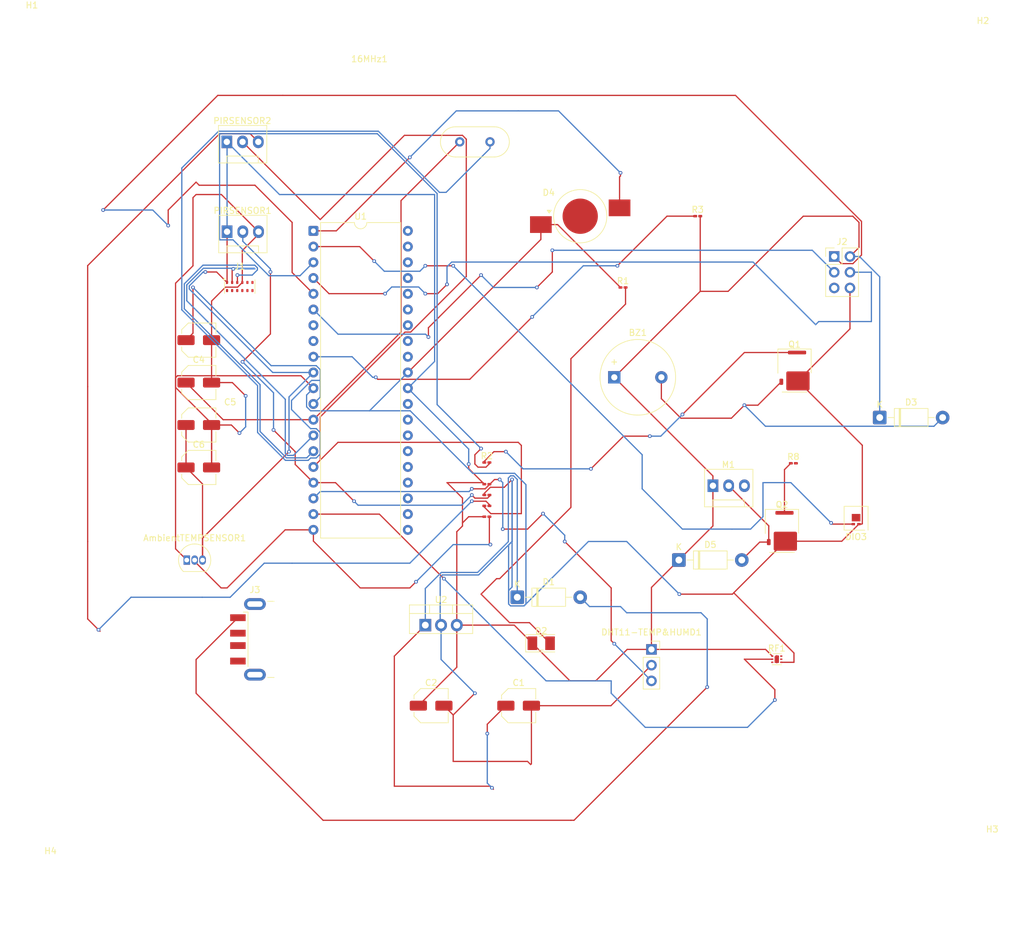
<source format=kicad_pcb>
(kicad_pcb (version 20241229) (generator "pcbnew") (generator_version "9.0")
  (layers (0 "F.Cu" signal) (2 "B.Cu" signal) (13 "F.Paste" user) (15 "B.Paste" user) (5 "F.SilkS" user "F.Silkscreen") (7 "B.SilkS" user "B.Silkscreen") (1 "F.Mask" user) (3 "B.Mask" user) (25 "Edge.Cuts" user))
  (net 0 "")
  (net 1 "Net-(U1-XTAL2)")
  (net 2 "Net-(U1-XTAL1)")
  (net 3 "Net-(AmbientTEMPSENSOR1-DQ)")
  (net 4 "+5V")
  (net 5 "GND")
  (net 6 "Net-(BZ1--)")
  (net 7 "Net-(D1-K)")
  (net 8 "Net-(D1-A)")
  (net 9 "Net-(D2-K)")
  (net 10 "Net-(D4-A)")
  (net 11 "Net-(D5-A)")
  (net 12 "Net-(DHT11-TEMP&HUMD1-Pin_3)")
  (net 13 "Net-(DIO3-A)")
  (net 14 "Net-(J1-Pin_3)")
  (net 15 "Net-(J1-Pin_2)")
  (net 16 "Net-(J2-SCK)")
  (net 17 "Net-(J2-MISO)")
  (net 18 "Net-(J2-MOSI)")
  (net 19 "RESET")
  (net 24 "Net-(PIRSENSOR1-Pin_2)")
  (net 25 "Net-(PIRSENSOR2-Pin_2)")
  (net 26 "Net-(PIRSENSOR2-Pin_3)")
  (net 27 "Net-(Q1-B)")
  (net 28 "Net-(Q2-B)")
  (net 29 "Net-(U1-PB2)")
  (net 30 "Net-(U1-~{RESET})")
  (net 31 "PD7")
  (net 33 "Net-(U1-PD5)")
  (footprint "LED_SMD:LED_1W_3W_R8" (layer "F.Cu") (at 125 55)
    (property "Reference" "D4")
    (property "Value" "STATUS LED")
  )
  (footprint "Capacitor_SMD:C_Elec_5x5.4" (layer "F.Cu") (at 115.0625 134)
    (property "Reference" "C1")
    (property "Value" "10uF")
  )
  (footprint "MountingHole:MountingHole_2.1mm" (layer "F.Cu") (at 39.5 160.5)
    (property "Reference" "H4")
    (property "Value" "MountingHole")
  )
  (footprint "Resistor_SMD:R_0201_0603Metric_Pad0.64x0.40mm_HandSolder" (layer "F.Cu") (at 131.9075 66.5)
    (property "Reference" "R1")
    (property "Value" "330ohm")
  )
  (footprint "Diode_THT:D_DO-41_SOD81_P10.16mm_Horizontal" (layer "F.Cu") (at 140.92 110.4925)
    (property "Reference" "D5")
    (property "Value" "1N4001")
  )
  (footprint "Capacitor_SMD:C_Elec_5x5.4" (layer "F.Cu") (at 63.4375 88.7)
    (property "Reference" "C5")
    (property "Value" "0.1uF")
  )
  (footprint "Resistor_SMD:R_0201_0603Metric_Pad0.64x0.40mm_HandSolder" (layer "F.Cu") (at 109.9325 101.75)
    (property "Reference" "R6" (hide yes))
    (property "Value" "10Kohm" (hide yes))
  )
  (footprint "Capacitor_SMD:C_Elec_5x5.4" (layer "F.Cu") (at 63.4375 75)
    (property "Reference" "C3" (hide yes))
    (property "Value" "22pF")
  )
  (footprint "Capacitor_SMD:C_Elec_5x5.4" (layer "F.Cu") (at 100.9375 134)
    (property "Reference" "C2")
    (property "Value" "10uF")
  )
  (footprint "Connector_PinHeader_2.54mm:PinHeader_2x03_P2.54mm_Vertical" (layer "F.Cu") (at 166 61.5)
    (property "Reference" "J2")
    (property "Value" "AVR-ISP-6")
  )
  (footprint "Resistor_SMD:R_0201_0603Metric_Pad0.64x0.40mm_HandSolder" (layer "F.Cu") (at 109.9325 103.5)
    (property "Reference" "R7" (hide yes))
    (property "Value" "4.7Kohm")
  )
  (footprint "Resistor_SMD:R_0201_0603Metric_Pad0.64x0.40mm_HandSolder" (layer "F.Cu") (at 109.9325 100)
    (property "Reference" "R5" (hide yes))
    (property "Value" "10Kohm")
  )
  (footprint "LED_SMD:LED_PLCC-2_3x2mm_AK" (layer "F.Cu") (at 118.705 123.9275)
    (property "Reference" "D2")
    (property "Value" "LED-POWER")
  )
  (footprint "RF:Skyworks_SKY65404-31" (layer "F.Cu") (at 156.725 126.5)
    (property "Reference" "RF1")
    (property "Value" "RF_Receiver_433_MHz")
  )
  (footprint "Capacitor_SMD:C_Elec_5x5.4" (layer "F.Cu") (at 63.4375 81.85)
    (property "Reference" "C4")
    (property "Value" "22pF")
  )
  (footprint "Connector_PinSocket_2.54mm:PinSocket_1x03_P2.54mm_Vertical" (layer "F.Cu") (at 136.5 124.92)
    (property "Reference" "DHT11-TEMP&HUMD1")
    (property "Value" "Conn_01x03_Pin")
  )
  (footprint "Connector_USB:USB_A_CNCTech_1001-011-01101_Horizontal" (layer "F.Cu") (at 79.4 123.3)
    (property "Reference" "J3")
    (property "Value" "USB_A")
  )
  (footprint "Connector:FanPinHeader_1x03_P2.54mm_Vertical" (layer "F.Cu") (at 146.42 98.5)
    (property "Reference" "M1")
    (property "Value" "HVAC (FAN)")
  )
  (footprint "Package_DIP:DIP-40_W15.24mm" (layer "F.Cu") (at 81.9375 57.3625)
    (property "Reference" "U1")
    (property "Value" "ATmega32A-P")
  )
  (footprint "Buzzer_Beeper:Buzzer_12x9.5RM7.6" (layer "F.Cu") (at 130.5 81)
    (property "Reference" "BZ1")
    (property "Value" "Buzzer")
  )
  (footprint "MountingHole:MountingHole_2.1mm" (layer "F.Cu") (at 191.5 157)
    (property "Reference" "H3")
    (property "Value" "MountingHole")
  )
  (footprint "Resistor_SMD:R_0201_0603Metric_Pad0.64x0.40mm_HandSolder" (layer "F.Cu") (at 109.9325 98.25)
    (property "Reference" "R4" (hide yes))
    (property "Value" "10Kohm" (hide yes))
  )
  (footprint "MountingHole:MountingHole_2.1mm" (layer "F.Cu") (at 36.5 24)
    (property "Reference" "H1")
    (property "Value" "MountingHole")
  )
  (footprint "Package_TO_SOT_THT:TO-220-3_Vertical" (layer "F.Cu") (at 100 121)
    (property "Reference" "U2")
    (property "Value" "LM7805_TO220")
  )
  (footprint "MountingHole:MountingHole_2.1mm" (layer "F.Cu") (at 190 26.5)
    (property "Reference" "H2")
    (property "Value" "MountingHole")
  )
  (footprint "Connector:FanPinHeader_1x03_P2.54mm_Vertical" (layer "F.Cu") (at 68 57.5)
    (property "Reference" "PIRSENSOR1")
    (property "Value" "Conn_01x03_Pin")
  )
  (footprint "Capacitor_SMD:C_Elec_5x5.4" (layer "F.Cu") (at 63.4375 95.55)
    (property "Reference" "C6")
    (property "Value" "0.1uF")
  )
  (footprint "Transistor_Power:GaN_Systems_GaNPX-3_5x6.6mm_Drain2.93x0.6mm" (layer "F.Cu") (at 159.59 79.91)
    (property "Reference" "Q1")
    (property "Value" "Q_NPN_BCE")
  )
  (footprint "Resistor_SMD:R_0201_0603Metric_Pad0.64x0.40mm_HandSolder" (layer "F.Cu") (at 109.9325 94.75)
    (property "Reference" "R2")
    (property "Value" "1k")
  )
  (footprint "Resistor_SMD:R_0201_0603Metric_Pad0.64x0.40mm_HandSolder" (layer "F.Cu") (at 159.4025 94.875)
    (property "Reference" "R8")
    (property "Value" "1k")
  )
  (footprint "Package_TO_SOT_THT:TO-92_Inline" (layer "F.Cu") (at 61.5 110.5)
    (property "Reference" "AmbientTEMPSENSOR1")
    (property "Value" "MAX31820")
  )
  (footprint "Resistor_SMD:R_0201_0603Metric_Pad0.64x0.40mm_HandSolder" (layer "F.Cu") (at 143.965 54.9875)
    (property "Reference" "R3")
    (property "Value" "10Kohm")
  )
  (footprint "LED_SMD:LED-L1T2_LUMILEDS" (layer "F.Cu") (at 169.53 104.1725)
    (property "Reference" "DIO3")
    (property "Value" "STATUS LED")
  )
  (footprint "Diode_THT:D_DO-41_SOD81_P10.16mm_Horizontal" (layer "F.Cu") (at 114.84 116.5)
    (property "Reference" "D1")
    (property "Value" "1N4001")
  )
  (footprint "Sensor_Distance:AMS_OLGA12" (layer "F.Cu") (at 70.05 66.365)
    (property "Reference" "J1")
    (property "Value" "Ultrasonic Sensor" (hide yes))
  )
  (footprint "Crystal:Crystal_HC49-U_Vertical" (layer "F.Cu") (at 105.56 43)
    (property "Reference" "16MHz1")
    (property "Value" "Crystal")
  )
  (footprint "Connector:FanPinHeader_1x03_P2.54mm_Vertical" (layer "F.Cu") (at 67.96 43)
    (property "Reference" "PIRSENSOR2")
    (property "Value" "Conn_01x03_Pin")
  )
  (footprint "Transistor_Power:GaN_Systems_GaNPX-3_5x6.6mm_Drain2.93x0.6mm" (layer "F.Cu") (at 157.56 105.785)
    (property "Reference" "Q2")
    (property "Value" "Q_NPN_BCE")
  )
  (footprint "Diode_THT:D_DO-41_SOD81_P10.16mm_Horizontal" (layer "F.Cu") (at 173.34 87.5)
    (property "Reference" "D3")
    (property "Value" "1N4001")
  )
  (segment (start 62.5 73.875) (end 62.5 66.5) (width 0.2) (layer "F.Cu") (net 1))
  (segment (start 61.375 75) (end 62.5 73.875) (width 0.2) (layer "F.Cu") (net 1))
  (via (at 62.5 66.5) (size 0.6) (drill 0.3) (layers "F.Cu" "B.Cu") (net 1))
  (segment (start 60.696 70.113043) (end 72.924028 82.341071) (width 0.2) (layer "B.Cu") (net 1))
  (segment (start 110.44 44.06066) (end 103.34776 51.1529) (width 0.2) (layer "B.Cu") (net 1))
  (segment (start 72.924028 82.341071) (end 72.924028 89.908171) (width 0.2) (layer "B.Cu") (net 1))
  (segment (start 82.39355 89.2815) (end 81.48145 89.2815) (width 0.2) (layer "B.Cu") (net 1))
  (segment (start 92.4172 41.283) (end 66.6279 41.283) (width 0.2) (layer "B.Cu") (net 1))
  (segment (start 81.48145 89.2815) (end 78.401 86.20105) (width 0.2) (layer "B.Cu") (net 1))
  (segment (start 60.696 47.2149) (end 60.696 70.113043) (width 0.2) (layer "B.Cu") (net 1))
  (segment (start 83.0385 79.76645) (end 83.0385 81.5) (width 0.2) (layer "B.Cu") (net 1))
  (segment (start 62.5 66.5) (end 75.1215 79.1215) (width 0.2) (layer "B.Cu") (net 1))
  (segment (start 103.34776 51.1529) (end 102.2871 51.1529) (width 0.2) (layer "B.Cu") (net 1))
  (segment (start 81.64295 81.5) (end 83.0385 81.5) (width 0.2) (layer "B.Cu") (net 1))
  (segment (start 82.39355 94.0235) (end 83.0385 93.37855) (width 0.2) (layer "B.Cu") (net 1))
  (segment (start 78.401 84.74195) (end 81.64295 81.5) (width 0.2) (layer "B.Cu") (net 1))
  (segment (start 78.401 86.20105) (end 78.401 84.74195) (width 0.2) (layer "B.Cu") (net 1))
  (segment (start 102.2871 51.1529) (end 92.4172 41.283) (width 0.2) (layer "B.Cu") (net 1))
  (segment (start 110.44 43) (end 110.44 44.06066) (width 0.2) (layer "B.Cu") (net 1))
  (segment (start 83.0385 93.37855) (end 83.0385 89.92645) (width 0.2) (layer "B.Cu") (net 1))
  (segment (start 81.48145 94.0235) (end 82.39355 94.0235) (width 0.2) (layer "B.Cu") (net 1))
  (segment (start 81.10195 94.403) (end 81.48145 94.0235) (width 0.2) (layer "B.Cu") (net 1))
  (segment (start 83.0385 89.92645) (end 82.39355 89.2815) (width 0.2) (layer "B.Cu") (net 1))
  (segment (start 77.418857 94.403) (end 81.10195 94.403) (width 0.2) (layer "B.Cu") (net 1))
  (segment (start 82.39355 79.1215) (end 83.0385 79.76645) (width 0.2) (layer "B.Cu") (net 1))
  (segment (start 75.1215 79.1215) (end 82.39355 79.1215) (width 0.2) (layer "B.Cu") (net 1))
  (segment (start 72.924028 89.908171) (end 77.418857 94.403) (width 0.2) (layer "B.Cu") (net 1))
  (segment (start 83.0385 81.5) (end 83.0385 84.2015) (width 0.2) (layer "B.Cu") (net 1))
  (segment (start 66.6279 41.283) (end 60.696 47.2149) (width 0.2) (layer "B.Cu") (net 1))
  (segment (start 83.0385 84.2015) (end 81.9375 85.3025) (width 0.2) (layer "B.Cu") (net 1))
  (segment (start 96.0765 52.4835) (end 96.0765 73.7035) (width 0.2) (layer "F.Cu") (net 2))
  (segment (start 96.0765 73.7035) (end 81.9375 87.8425) (width 0.2) (layer "F.Cu") (net 2))
  (segment (start 67.3675 87.8425) (end 61.375 81.85) (width 0.2) (layer "F.Cu") (net 2))
  (segment (start 81.9375 87.8425) (end 67.3675 87.8425) (width 0.2) (layer "F.Cu") (net 2))
  (segment (start 105.56 43) (end 96.0765 52.4835) (width 0.2) (layer "F.Cu") (net 2))
  (segment (start 67.045 115) (end 68 115) (width 0.2) (layer "F.Cu") (net 3))
  (segment (start 81.9375 105.6225) (end 81.9375 107.4375) (width 0.2) (layer "F.Cu") (net 3))
  (segment (start 110.34 107.84) (end 110.34 103.5) (width 0.2) (layer "F.Cu") (net 3))
  (segment (start 110.5 108) (end 110.34 107.84) (width 0.2) (layer "F.Cu") (net 3))
  (segment (start 97.5 115) (end 98.5 114) (width 0.2) (layer "F.Cu") (net 3))
  (segment (start 81.9375 107.4375) (end 89.5 115) (width 0.2) (layer "F.Cu") (net 3))
  (segment (start 77.3775 105.6225) (end 81.9375 105.6225) (width 0.2) (layer "F.Cu") (net 3))
  (segment (start 62.77 110.5) (end 62.77 110.725) (width 0.2) (layer "F.Cu") (net 3))
  (segment (start 68 115) (end 77.3775 105.6225) (width 0.2) (layer "F.Cu") (net 3))
  (segment (start 62.77 110.725) (end 67.045 115) (width 0.2) (layer "F.Cu") (net 3))
  (segment (start 89.5 115) (end 97.5 115) (width 0.2) (layer "F.Cu") (net 3))
  (via (at 98.5 114) (size 0.6) (drill 0.3) (layers "F.Cu" "B.Cu") (net 3))
  (via (at 110.5 108) (size 0.6) (drill 0.3) (layers "F.Cu" "B.Cu") (net 3))
  (segment (start 104.5 108) (end 110.5 108) (width 0.2) (layer "B.Cu") (net 3))
  (segment (start 98.5 114) (end 104.5 108) (width 0.2) (layer "B.Cu") (net 3))
  (segment (start 148.8725 67.1275) (end 161 55) (width 0.2) (layer "F.Cu") (net 4))
  (segment (start 117.28 123.9275) (end 123.3525 130) (width 0.2) (layer "F.Cu") (net 4))
  (segment (start 146.42 98.5) (end 146.42 104.9925) (width 0.2) (layer "F.Cu") (net 4))
  (segment (start 169 55) (end 170 56) (width 0.2) (layer "F.Cu") (net 4))
  (segment (start 106 100.5) (end 106 104.5) (width 0.2) (layer "F.Cu") (net 4))
  (segment (start 161 55) (end 169 55) (width 0.2) (layer "F.Cu") (net 4))
  (segment (start 170 60.04) (end 168.54 61.5) (width 0.2) (layer "F.Cu") (net 4))
  (segment (start 68 65.69) (end 66.31 64) (width 0.2) (layer "F.Cu") (net 4))
  (segment (start 109.275 98) (end 103.5 98) (width 0.2) (layer "F.Cu") (net 4))
  (segment (start 61.375 88.7) (end 61.375 95.55) (width 0.2) (layer "F.Cu") (net 4))
  (segment (start 170 56) (end 170 60.04) (width 0.2) (layer "F.Cu") (net 4))
  (segment (start 136.5 114.9125) (end 140.92 110.4925) (width 0.2) (layer "F.Cu") (net 4))
  (segment (start 144.3725 67.1275) (end 144.3725 54.9875) (width 0.2) (layer "F.Cu") (net 4))
  (segment (start 107 95.725) (end 109.525 98.25) (width 0.2) (layer "F.Cu") (net 4))
  (segment (start 114.3525 121) (end 117.28 123.9275) (width 0.2) (layer "F.Cu") (net 4))
  (segment (start 136.5 124.92) (end 154.92 124.92) (width 0.2) (layer "F.Cu") (net 4))
  (segment (start 61.375 95.55) (end 64.04 98.215) (width 0.2) (layer "F.Cu") (net 4))
  (segment (start 106 104.5) (end 106 105) (width 0.2) (layer "F.Cu") (net 4))
  (segment (start 109.525 98.25) (end 109.275 98) (width 0.2) (layer "F.Cu") (net 4))
  (segment (start 68 65.69) (end 68 57.5) (width 0.2) (layer "F.Cu") (net 4))
  (segment (start 146.42 96.92) (end 130.5 81) (width 0.2) (layer "F.Cu") (net 4))
  (segment (start 146.42 98.5) (end 146.42 96.92) (width 0.2) (layer "F.Cu") (net 4))
  (segment (start 105.08 127.795) (end 98.875 134) (width 0.2) (layer "F.Cu") (net 4))
  (segment (start 127.5 130) (end 132.58 124.92) (width 0.2) (layer "F.Cu") (net 4))
  (segment (start 132.58 124.92) (end 136.5 124.92) (width 0.2) (layer "F.Cu") (net 4))
  (segment (start 66.31 64) (end 64.5 64) (width 0.2) (layer "F.Cu") (net 4))
  (segment (start 144.3725 67.1275) (end 148.8725 67.1275) (width 0.2) (layer "F.Cu") (net 4))
  (segment (start 105.08 121) (end 105.08 127.795) (width 0.2) (layer "F.Cu") (net 4))
  (segment (start 136.5 124.92) (end 136.5 114.9125) (width 0.2) (layer "F.Cu") (net 4))
  (segment (start 64.04 106.96) (end 78 93) (width 0.2) (layer "F.Cu") (net 4))
  (segment (start 107 103.5) (end 109.525 103.5) (width 0.2) (layer "F.Cu") (net 4))
  (segment (start 64.04 98.215) (end 64.04 110.5) (width 0.2) (layer "F.Cu") (net 4))
  (segment (start 103.5 98) (end 106 100.5) (width 0.2) (layer "F.Cu") (net 4))
  (segment (start 146.42 104.9925) (end 140.92 110.4925) (width 0.2) (layer "F.Cu") (net 4))
  (segment (start 154.92 124.92) (end 156 126) (width 0.2) (layer "F.Cu") (net 4))
  (segment (start 106 105) (end 105.08 105.92) (width 0.2) (layer "F.Cu") (net 4))
  (segment (start 64.04 110.5) (end 64.04 106.96) (width 0.2) (layer "F.Cu") (net 4))
  (segment (start 123.3525 130) (end 127.5 130) (width 0.2) (layer "F.Cu") (net 4))
  (segment (start 105.08 121) (end 114.3525 121) (width 0.2) (layer "F.Cu") (net 4))
  (segment (start 107 95) (end 107 95.725) (width 0.2) (layer "F.Cu") (net 4))
  (segment (start 105.08 105.92) (end 105.08 121) (width 0.2) (layer "F.Cu") (net 4))
  (segment (start 106 104.5) (end 107 103.5) (width 0.2) (layer "F.Cu") (net 4))
  (segment (start 130.5 81) (end 144.3725 67.1275) (width 0.2) (layer "F.Cu") (net 4))
  (via (at 107 95) (size 0.6) (drill 0.3) (layers "F.Cu" "B.Cu") (net 4))
  (via (at 64.5 64) (size 0.6) (drill 0.3) (layers "F.Cu" "B.Cu") (net 4))
  (via (at 78 93) (size 0.6) (drill 0.3) (layers "F.Cu" "B.Cu") (net 4))
  (segment (start 97.1775 82.7625) (end 107 92.585) (width 0.2) (layer "B.Cu") (net 4))
  (segment (start 61.899 66.748943) (end 75.372557 80.2225) (width 0.2) (layer "B.Cu") (net 4))
  (segment (start 78 84.16) (end 81.9375 80.2225) (width 0.2) (layer "B.Cu") (net 4))
  (segment (start 75.372557 80.2225) (end 81.9375 80.2225) (width 0.2) (layer "B.Cu") (net 4))
  (segment (start 64.5 64) (end 64.150057 64) (width 0.2) (layer "B.Cu") (net 4))
  (segment (start 107 92.585) (end 107 95) (width 0.2) (layer "B.Cu") (net 4))
  (segment (start 101.5 51.5) (end 101.5 78.44) (width 0.2) (layer "B.Cu") (net 4))
  (segment (start 76.46 51.5) (end 101.5 51.5) (width 0.2) (layer "B.Cu") (net 4))
  (segment (start 173.34 64.7729) (end 173.34 87.5) (width 0.2) (layer "B.Cu") (net 4))
  (segment (start 168.54 61.5) (end 170.0671 61.5) (width 0.2) (layer "B.Cu") (net 4))
  (segment (start 78 93) (end 78 84.16) (width 0.2) (layer "B.Cu") (net 4))
  (segment (start 170.0671 61.5) (end 173.34 64.7729) (width 0.2) (layer "B.Cu") (net 4))
  (segment (start 61.899 66.251057) (end 61.899 66.748943) (width 0.2) (layer "B.Cu") (net 4))
  (segment (start 68 43.04) (end 67.96 43) (width 0.2) (layer "B.Cu") (net 4))
  (segment (start 67.96 43) (end 76.46 51.5) (width 0.2) (layer "B.Cu") (net 4))
  (segment (start 64.150057 64) (end 61.899 66.251057) (width 0.2) (layer "B.Cu") (net 4))
  (segment (start 68 57.5) (end 68 43.04) (width 0.2) (layer "B.Cu") (net 4))
  (segment (start 101.5 78.44) (end 97.1775 82.7625) (width 0.2) (layer "B.Cu") (net 4))
  (segment (start 104.5 143) (end 104.5 135.5) (width 0.2) (layer "F.Cu") (net 5))
  (segment (start 118.65 58.75) (end 97.1775 80.2225) (width 0.2) (layer "F.Cu") (net 5))
  (segment (start 63 51.5) (end 67.08 51.5) (width 0.2) (layer "F.Cu") (net 5))
  (segment (start 129.96 134) (end 136.5 127.46) (width 0.2) (layer "F.Cu") (net 5))
  (segment (start 73.08 57.5) (end 73.08 57.92) (width 0.2) (layer "F.Cu") (net 5))
  (segment (start 67.08 51.5) (end 73.08 57.5) (width 0.2) (layer "F.Cu") (net 5))
  (segment (start 118.65 56.35) (end 121.35 56.35) (width 0.2) (layer "F.Cu") (net 5))
  (segment (start 109.525 100) (end 109.525 99.726) (width 0.2) (layer "F.Cu") (net 5))
  (segment (start 117 143.5) (end 116.5 143) (width 0.2) (layer "F.Cu") (net 5))
  (segment (start 59.6865 65.8135) (end 62.5 63) (width 0.2) (layer "F.Cu") (net 5))
  (segment (start 68.7 88.7) (end 65.5 88.7) (width 0.2) (layer "F.Cu") (net 5))
  (segment (start 108 132) (end 104.5 135.5) (width 0.2) (layer "F.Cu") (net 5))
  (segment (start 59.6865 81.06484) (end 60.00234 80.749) (width 0.2) (layer "F.Cu") (net 5))
  (segment (start 65.5 81.85) (end 68.85 81.85) (width 0.2) (layer "F.Cu") (net 5))
  (segment (start 61.5 110.5) (end 59.6865 108.6865) (width 0.2) (layer "F.Cu") (net 5))
  (segment (start 59.6865 108.6865) (end 59.6865 65.8135) (width 0.2) (layer "F.Cu") (net 5))
  (segment (start 65.5 95.55) (end 65.5 88.44866) (width 0.2) (layer "F.Cu") (net 5))
  (segment (start 117.125 134) (end 117.125 143.375) (width 0.2) (layer "F.Cu") (net 5))
  (segment (start 170.531 91.971) (end 160.14 81.58) (width 0.2) (layer "F.Cu") (net 5))
  (segment (start 73.08 57.92) (end 70.46 60.54) (width 0.2) (layer "F.Cu") (net 5))
  (segment (start 158.11 107.455) (end 149.7825 115.7825) (width 0.2) (layer "F.Cu") (net 5))
  (segment (start 112.749 98.751) (end 114 97.5) (width 0.2) (layer "F.Cu") (net 5))
  (segment (start 70.46 60.54) (end 70.46 65.69) (width 0.2) (layer "F.Cu") (net 5))
  (segment (start 159.5 127) (end 157.45 127) (width 0.2) (layer "F.Cu") (net 5))
  (segment (start 110.5 98.751) (end 112.749 98.751) (width 0.2) (layer "F.Cu") (net 5))
  (segment (start 70 90) (end 68.7 88.7) (width 0.2) (layer "F.Cu") (net 5))
  (segment (start 60.00234 80.749) (end 79.924 80.749) (width 0.2) (layer "F.Cu") (net 5))
  (segment (start 62.5 52) (end 63 51.5) (width 0.2) (layer "F.Cu") (net 5))
  (segment (start 68.85 81.85) (end 71 84) (width 0.2) (layer "F.Cu") (net 5))
  (segment (start 79.924 80.749) (end 81.9375 82.7625) (width 0.2) (layer "F.Cu") (net 5))
  (segment (start 168.54 73.18) (end 168.54 66.58) (width 0.2) (layer "F.Cu") (net 5))
  (segment (start 149.7825 115.7825) (end 149.565 116) (width 0.2) (layer "F.Cu") (net 5))
  (segment (start 65.5 68.698152) (end 65.5 75) (width 0.2) (layer "F.Cu") (net 5))
  (segment (start 65.5 88.44866) (end 59.6865 82.63516) (width 0.2) (layer "F.Cu") (net 5))
  (segment (start 109.525 99.726) (end 110.5 98.751) (width 0.2) (layer "F.Cu") (net 5))
  (segment (start 65.5 81.85) (end 65.5 75) (width 0.2) (layer "F.Cu") (net 5))
  (segment (start 149.565 116) (end 141 116) (width 0.2) (layer "F.Cu") (net 5))
  (segment (start 149.7825 115.7825) (end 159.5 125.5) (width 0.2) (layer "F.Cu") (net 5))
  (segment (start 59.6865 82.63516) (end 59.6865 81.06484) (width 0.2) (layer "F.Cu") (net 5))
  (segment (start 116.5 143) (end 104.5 143) (width 0.2) (layer "F.Cu") (net 5))
  (segment (start 121.35 56.35) (end 131.5 66.5) (width 0.2) (layer "F.Cu") (net 5))
  (segment (start 167.2175 107.455) (end 169.98 104.6925) (width 0.2) (layer "F.Cu") (net 5))
  (segment (start 65.5 88.7) (end 65.5 95.55) (width 0.2) (layer "F.Cu") (net 5))
  (segment (start 158.11 107.455) (end 167.2175 107.455) (width 0.2) (layer "F.Cu") (net 5))
  (segment (start 70.46 65.69) (end 69.701 66.449) (width 0.2) (layer "F.Cu") (net 5))
  (segment (start 170.455 104.6925) (end 170.531 104.6165) (width 0.2) (layer "F.Cu") (net 5))
  (segment (start 69.701 66.449) (end 67.749152 66.449) (width 0.2) (layer "F.Cu") (net 5))
  (segment (start 118.65 56.35) (end 118.65 58.75) (width 0.2) (layer "F.Cu") (net 5))
  (segment (start 117.125 134) (end 129.96 134) (width 0.2) (layer "F.Cu") (net 5))
  (segment (start 169.98 104.6925) (end 170.455 104.6925) (width 0.2) (layer "F.Cu") (net 5))
  (segment (start 160.14 81.58) (end 168.54 73.18) (width 0.2) (layer "F.Cu") (net 5))
  (segment (start 159.5 125.5) (end 159.5 127) (width 0.2) (layer "F.Cu") (net 5))
  (segment (start 67.749152 66.449) (end 65.5 68.698152) (width 0.2) (layer "F.Cu") (net 5))
  (segment (start 62.5 63) (end 62.5 52) (width 0.2) (layer "F.Cu") (net 5))
  (segment (start 117.125 143.375) (end 117 143.5) (width 0.2) (layer "F.Cu") (net 5))
  (segment (start 104.5 135.5) (end 103 134) (width 0.2) (layer "F.Cu") (net 5))
  (segment (start 170.531 104.6165) (end 170.531 91.971) (width 0.2) (layer "F.Cu") (net 5))
  (via (at 71 84) (size 0.6) (drill 0.3) (layers "F.Cu" "B.Cu") (net 5))
  (via (at 108 132) (size 0.6) (drill 0.3) (layers "F.Cu" "B.Cu") (net 5))
  (via (at 70 90) (size 0.6) (drill 0.3) (layers "F.Cu" "B.Cu") (net 5))
  (via (at 114 97.5) (size 0.6) (drill 0.3) (layers "F.Cu" "B.Cu") (net 5))
  (via (at 141 116) (size 0.6) (drill 0.3) (layers "F.Cu" "B.Cu") (net 5))
  (segment (start 132.5 107.5) (end 126.32616 107.5) (width 0.2) (layer "B.Cu") (net 5))
  (segment (start 97.553557 86.4035) (end 107.648057 96.498) (width 0.2) (layer "B.Cu") (net 5))
  (segment (start 90.9965 86.4035) (end 97.553557 86.4035) (width 0.2) (layer "B.Cu") (net 5))
  (segment (start 102.399 113.251057) (end 102.399 120.859) (width 0.2) (layer "B.Cu") (net 5))
  (segment (start 113.75484 117.901) (end 113.439 117.58516) (width 0.2) (layer "B.Cu") (net 5))
  (segment (start 97.1775 80.2225) (end 90.9965 86.4035) (width 0.2) (layer "B.Cu") (net 5))
  (segment (start 115.92516 117.901) (end 113.75484 117.901) (width 0.2) (layer "B.Cu") (net 5))
  (segment (start 71 89) (end 70 90) (width 0.2) (layer "B.Cu") (net 5))
  (segment (start 80.8365 85.75855) (end 80.8365 83.8635) (width 0.2) (layer "B.Cu") (net 5))
  (segment (start 107.648057 96.498) (end 114.415043 96.498) (width 0.2) (layer "B.Cu") (net 5))
  (segment (start 113.439 117.58516) (end 113.439 108.061) (width 0.2) (layer "B.Cu") (net 5))
  (segment (start 80.8365 83.8635) (end 81.9375 82.7625) (width 0.2) (layer "B.Cu") (net 5))
  (segment (start 102.54 126.54) (end 108 132) (width 0.2) (layer "B.Cu") (net 5))
  (segment (start 102.54 121) (end 102.54 126.54) (width 0.2) (layer "B.Cu") (net 5))
  (segment (start 114 97.5) (end 114 107.5) (width 0.2) (layer "B.Cu") (net 5))
  (segment (start 113.439 117.58516) (end 113.439 115.41484) (width 0.2) (layer "B.Cu") (net 5))
  (segment (start 114.415043 96.498) (end 116.241 98.323957) (width 0.2) (layer "B.Cu") (net 5))
  (segment (start 116.241 98.323957) (end 116.241 117.58516) (width 0.2) (layer "B.Cu") (net 5))
  (segment (start 126.32616 107.5) (end 115.92516 117.901) (width 0.2) (layer "B.Cu") (net 5))
  (segment (start 114 114.85384) (end 114 97.5) (width 0.2) (layer "B.Cu") (net 5))
  (segment (start 71 84) (end 71 89) (width 0.2) (layer "B.Cu") (net 5))
  (segment (start 108.601 112.899) (end 102.751057 112.899) (width 0.2) (layer "B.Cu") (net 5))
  (segment (start 113.439 108.061) (end 114 107.5) (width 0.2) (layer "B.Cu") (net 5))
  (segment (start 116.241 117.58516) (end 115.92516 117.901) (width 0.2) (layer "B.Cu") (net 5))
  (segment (start 81.48145 86.4035) (end 80.8365 85.75855) (width 0.2) (layer "B.Cu") (net 5))
  (segment (start 113.439 115.41484) (end 114 114.85384) (width 0.2) (layer "B.Cu") (net 5))
  (segment (start 141 116) (end 132.5 107.5) (width 0.2) (layer "B.Cu") (net 5))
  (segment (start 102.751057 112.899) (end 102.399 113.251057) (width 0.2) (layer "B.Cu") (net 5))
  (segment (start 90.9965 86.4035) (end 81.48145 86.4035) (width 0.2) (layer "B.Cu") (net 5))
  (segment (start 102.399 120.859) (end 102.54 121) (width 0.2) (layer "B.Cu") (net 5))
  (segment (start 114 107.5) (end 108.601 112.899) (width 0.2) (layer "B.Cu") (net 5))
  (segment (start 149.399 87.601) (end 141.251057 87.601) (width 0.2) (layer "F.Cu") (net 6))
  (segment (start 153.68 85.5) (end 157.46 81.72) (width 0.2) (layer "F.Cu") (net 6))
  (segment (start 138.1 84.449943) (end 138.1 81) (width 0.2) (layer "F.Cu") (net 6))
  (segment (start 151.5 85.5) (end 153.68 85.5) (width 0.2) (layer "F.Cu") (net 6))
  (segment (start 141.251057 87.601) (end 138.1 84.449943) (width 0.2) (layer "F.Cu") (net 6))
  (segment (start 151.5 85.5) (end 149.399 87.601) (width 0.2) (layer "F.Cu") (net 6))
  (via (at 151.5 85.5) (size 0.6) (drill 0.3) (layers "F.Cu" "B.Cu") (net 6))
  (segment (start 183.5 87.5) (end 182.099 88.901) (width 0.2) (layer "B.Cu") (net 6))
  (segment (start 182.099 88.901) (end 154.901 88.901) (width 0.2) (layer "B.Cu") (net 6))
  (segment (start 154.901 88.901) (end 151.5 85.5) (width 0.2) (layer "B.Cu") (net 6))
  (segment (start 110.5 147) (end 110.75 147.25) (width 0.2) (layer "F.Cu") (net 7))
  (segment (start 95 147) (end 110.5 147) (width 0.2) (layer "F.Cu") (net 7))
  (segment (start 100 121) (end 95 126) (width 0.2) (layer "F.Cu") (net 7))
  (segment (start 95 126) (end 95 147) (width 0.2) (layer "F.Cu") (net 7))
  (segment (start 110 137) (end 113 134) (width 0.2) (layer "F.Cu") (net 7))
  (segment (start 110 138.5) (end 110 137) (width 0.2) (layer "F.Cu") (net 7))
  (segment (start 110.75 147.25) (end 111 147.5) (width 0.2) (layer "F.Cu") (net 7))
  (via (at 110.75 147.25) (size 0.6) (drill 0.3) (layers "F.Cu" "B.Cu") (net 7))
  (via (at 110 138.5) (size 0.6) (drill 0.3) (layers "F.Cu" "B.Cu") (net 7))
  (segment (start 114.248943 96.899) (end 114.84 97.490057) (width 0.2) (layer "B.Cu") (net 7))
  (segment (start 100 115.082957) (end 102.584957 112.498) (width 0.2) (layer "B.Cu") (net 7))
  (segment (start 100 121) (end 100 115.082957) (width 0.2) (layer "B.Cu") (net 7))
  (segment (start 108.4349 112.498) (end 113.399 107.5339) (width 0.2) (layer "B.Cu") (net 7))
  (segment (start 114.84 97.490057) (end 114.84 116.5) (width 0.2) (layer "B.Cu") (net 7))
  (segment (start 113.751057 96.899) (end 114.248943 96.899) (width 0.2) (layer "B.Cu") (net 7))
  (segment (start 110 146.5) (end 110 138.5) (width 0.2) (layer "B.Cu") (net 7))
  (segment (start 113.399 97.251057) (end 113.751057 96.899) (width 0.2) (layer "B.Cu") (net 7))
  (segment (start 102.584957 112.498) (end 108.4349 112.498) (width 0.2) (layer "B.Cu") (net 7))
  (segment (start 110.75 147.25) (end 110 146.5) (width 0.2) (layer "B.Cu") (net 7))
  (segment (start 113.399 107.5339) (end 113.399 97.251057) (width 0.2) (layer "B.Cu") (net 7))
  (segment (start 69.75 119.8) (end 63 126.55) (width 0.2) (layer "F.Cu") (net 8))
  (segment (start 63 126.55) (end 63 132) (width 0.2) (layer "F.Cu") (net 8))
  (segment (start 124 152.5) (end 145.5 131) (width 0.2) (layer "F.Cu") (net 8))
  (segment (start 63 132) (end 83.5 152.5) (width 0.2) (layer "F.Cu") (net 8))
  (segment (start 123.5 152.5) (end 124 152.5) (width 0.2) (layer "F.Cu") (net 8))
  (segment (start 83.5 152.5) (end 123.5 152.5) (width 0.2) (layer "F.Cu") (net 8))
  (via (at 145.5 131) (size 0.6) (drill 0.3) (layers "F.Cu" "B.Cu") (net 8))
  (segment (start 144.5 119) (end 132.5 119) (width 0.2) (layer "B.Cu") (net 8))
  (segment (start 126.5 118) (end 125 116.5) (width 0.2) (layer "B.Cu") (net 8))
  (segment (start 132.5 119) (end 131.5 118) (width 0.2) (layer "B.Cu") (net 8))
  (segment (start 145.5 131) (end 145.5 120) (width 0.2) (layer "B.Cu") (net 8))
  (segment (start 131.5 118) (end 126.5 118) (width 0.2) (layer "B.Cu") (net 8))
  (segment (start 145.5 120) (end 144.5 119) (width 0.2) (layer "B.Cu") (net 8))
  (segment (start 116.8015 120.599) (end 113.599 120.599) (width 0.2) (layer "F.Cu") (net 9))
  (segment (start 113.599 120.599) (end 109 116) (width 0.2) (layer "F.Cu") (net 9))
  (segment (start 111.5 113.5) (end 112 113.5) (width 0.2) (layer "F.Cu") (net 9))
  (segment (start 112 113.5) (end 123.5 102) (width 0.2) (layer "F.Cu") (net 9))
  (segment (start 123.5 102) (end 123.5 78) (width 0.2) (layer "F.Cu") (net 9))
  (segment (start 109 116) (end 111.5 113.5) (width 0.2) (layer "F.Cu") (net 9))
  (segment (start 120.13 123.9275) (end 116.8015 120.599) (width 0.2) (layer "F.Cu") (net 9))
  (segment (start 123.5 78) (end 132.315 69.185) (width 0.2) (layer "F.Cu") (net 9))
  (segment (start 132.315 69.185) (end 132.315 66.5) (width 0.2) (layer "F.Cu") (net 9))
  (segment (start 131.5 48.5) (end 131.35 48.65) (width 0.2) (layer "F.Cu") (net 10))
  (segment (start 131.5 48) (end 131.5 48.5) (width 0.2) (layer "F.Cu") (net 10))
  (segment (start 131.35 48.65) (end 131.35 53.65) (width 0.2) (layer "F.Cu") (net 10))
  (segment (start 81.9375 57.3625) (end 85.6375 57.3625) (width 0.2) (layer "F.Cu") (net 10))
  (segment (start 85.6375 57.3625) (end 97.5 45.5) (width 0.2) (layer "F.Cu") (net 10))
  (via (at 97.5 45.5) (size 0.6) (drill 0.3) (layers "F.Cu" "B.Cu") (net 10))
  (via (at 131.5 48) (size 0.6) (drill 0.3) (layers "F.Cu" "B.Cu") (net 10))
  (segment (start 97.5 45.5) (end 105 38) (width 0.2) (layer "B.Cu") (net 10))
  (segment (start 115 38) (end 121.5 38) (width 0.2) (layer "B.Cu") (net 10))
  (segment (start 105 38) (end 115 38) (width 0.2) (layer "B.Cu") (net 10))
  (segment (start 121.5 38) (end 131.5 48) (width 0.2) (layer "B.Cu") (net 10))
  (segment (start 153.9775 107.595) (end 151.08 110.4925) (width 0.2) (layer "F.Cu") (net 11))
  (segment (start 155.43 104.97) (end 148.96 98.5) (width 0.2) (layer "F.Cu") (net 11))
  (segment (start 155.43 107.595) (end 155.43 104.97) (width 0.2) (layer "F.Cu") (net 11))
  (segment (start 155.43 107.595) (end 153.9775 107.595) (width 0.2) (layer "F.Cu") (net 11))
  (segment (start 110.34 98.25) (end 110.34 98.32237) (width 0.2) (layer "F.Cu") (net 12))
  (segment (start 130 117) (end 130 123.5) (width 0.2) (layer "F.Cu") (net 12))
  (segment (start 109.66237 99) (end 111.16237 97.5) (width 0.2) (layer "F.Cu") (net 12))
  (segment (start 111.16237 97.5) (end 112 97.5) (width 0.2) (layer "F.Cu") (net 12))
  (segment (start 116.5 105.5) (end 119 103) (width 0.2) (layer "F.Cu") (net 12))
  (segment (start 110.34 98.32237) (end 109.66237 99) (width 0.2) (layer "F.Cu") (net 12))
  (segment (start 130 123.5) (end 130.5 124) (width 0.2) (layer "F.Cu") (net 12))
  (segment (start 112.5 105.5) (end 116.5 105.5) (width 0.2) (layer "F.Cu") (net 12))
  (segment (start 130 115) (end 130 117) (width 0.2) (layer "F.Cu") (net 12))
  (segment (start 109.66237 99) (end 107.5 99) (width 0.2) (layer "F.Cu") (net 12))
  (segment (start 122.5 107.5) (end 130 115) (width 0.2) (layer "F.Cu") (net 12))
  (via (at 107.5 99) (size 0.6) (drill 0.3) (layers "F.Cu" "B.Cu") (net 12))
  (via (at 112 97.5) (size 0.6) (drill 0.3) (layers "F.Cu" "B.Cu") (net 12))
  (via (at 130.5 124) (size 0.6) (drill 0.3) (layers "F.Cu" "B.Cu") (net 12))
  (via (at 122.5 107.5) (size 0.6) (drill 0.3) (layers "F.Cu" "B.Cu") (net 12))
  (via (at 119 103) (size 0.6) (drill 0.3) (layers "F.Cu" "B.Cu") (net 12))
  (via (at 112.5 105.5) (size 0.6) (drill 0.3) (layers "F.Cu" "B.Cu") (net 12))
  (segment (start 130.5 124) (end 136.5 130) (width 0.2) (layer "B.Cu") (net 12))
  (segment (start 112 97.5) (end 112.5 98) (width 0.2) (layer "B.Cu") (net 12))
  (segment (start 107.5 99) (end 107.0585 99.4415) (width 0.2) (layer "B.Cu") (net 12))
  (segment (start 112.5 98) (end 112.5 105.5) (width 0.2) (layer "B.Cu") (net 12))
  (segment (start 83.0385 99.4415) (end 81.9375 100.5425) (width 0.2) (layer "B.Cu") (net 12))
  (segment (start 119 103) (end 122.5 106.5) (width 0.2) (layer "B.Cu") (net 12))
  (segment (start 107.0585 99.4415) (end 83.0385 99.4415) (width 0.2) (layer "B.Cu") (net 12))
  (segment (start 122.5 106.5) (end 122.5 107.5) (width 0.2) (layer "B.Cu") (net 12))
  (segment (start 165.5 104.5) (end 165.6925 104.6925) (width 0.2) (layer "F.Cu") (net 13))
  (segment (start 89.4025 59.9025) (end 91.749971 62.249972) (width 0.2) (layer "F.Cu") (net 13))
  (segment (start 81.9375 59.9025) (end 89.4025 59.9025) (width 0.2) (layer "F.Cu") (net 13))
  (segment (start 100 63) (end 104.5 63) (width 0.2) (layer "F.Cu") (net 13))
  (segment (start 165.6925 104.6925) (end 169.08 104.6925) (width 0.2) (layer "F.Cu") (net 13))
  (via (at 100 63) (size 0.6) (drill 0.3) (layers "F.Cu" "B.Cu") (net 13))
  (via (at 104.5 63) (size 0.6) (drill 0.3) (layers "F.Cu" "B.Cu") (net 13))
  (via (at 165.5 104.5) (size 0.6) (drill 0.3) (layers "F.Cu" "B.Cu") (net 13))
  (via (at 91.749971 62.249972) (size 0.6) (drill 0.3) (layers "F.Cu" "B.Cu") (net 13))
  (segment (start 93.381499 63.8815) (end 99.1185 63.8815) (width 0.2) (layer "B.Cu") (net 13))
  (segment (start 154.5 98) (end 159 98) (width 0.2) (layer "B.Cu") (net 13))
  (segment (start 149.5 105.5) (end 152.5 105.5) (width 0.2) (layer "B.Cu") (net 13))
  (segment (start 104.5 63) (end 135 93.5) (width 0.2) (layer "B.Cu") (net 13))
  (segment (start 135 93.5) (end 135 99) (width 0.2) (layer "B.Cu") (net 13))
  (segment (start 135 99) (end 141.5 105.5) (width 0.2) (layer "B.Cu") (net 13))
  (segment (start 91.749971 62.249972) (end 93.381499 63.8815) (width 0.2) (layer "B.Cu") (net 13))
  (segment (start 154.5 103.5) (end 154.5 98) (width 0.2) (layer "B.Cu") (net 13))
  (segment (start 159 98) (end 165.5 104.5) (width 0.2) (layer "B.Cu") (net 13))
  (segment (start 141.5 105.5) (end 149.5 105.5) (width 0.2) (layer "B.Cu") (net 13))
  (segment (start 152.5 105.5) (end 154 104) (width 0.2) (layer "B.Cu") (net 13))
  (segment (start 154 104) (end 154.5 103.5) (width 0.2) (layer "B.Cu") (net 13))
  (segment (start 99.1185 63.8815) (end 100 63) (width 0.2) (layer "B.Cu") (net 13))
  (segment (start 69.672266 64.5) (end 69.672266 65.657734) (width 0.2) (layer "F.Cu") (net 14))
  (segment (start 69.672266 65.657734) (end 69.64 65.69) (width 0.2) (layer "F.Cu") (net 14))
  (via (at 69.672266 64.5) (size 0.6) (drill 0.3) (layers "F.Cu" "B.Cu") (net 14))
  (segment (start 72.4661 62.899) (end 72.901 63.3339) (width 0.2) (layer "B.Cu") (net 14))
  (segment (start 61.097 65.918857) (end 64.116857 62.899) (width 0.2) (layer "B.Cu") (net 14))
  (segment (start 81.9375 92.9225) (end 80.858 94.002) (width 0.2) (layer "B.Cu") (net 14))
  (segment (start 77.584957 94.002) (end 73.325028 89.742071) (width 0.2) (layer "B.Cu") (net 14))
  (segment (start 61.097 69.946943) (end 61.097 65.918857) (width 0.2) (layer "B.Cu") (net 14))
  (segment (start 80.858 94.002) (end 77.584957 94.002) (width 0.2) (layer "B.Cu") (net 14))
  (segment (start 70 64.5) (end 69.672266 64.5) (width 0.2) (layer "B.Cu") (net 14))
  (segment (start 72.0671 64.5) (end 70 64.5) (width 0.2) (layer "B.Cu") (net 14))
  (segment (start 64.116857 62.899) (end 72.4661 62.899) (width 0.2) (layer "B.Cu") (net 14))
  (segment (start 72.901 63.6661) (end 72.0671 64.5) (width 0.2) (layer "B.Cu") (net 14))
  (segment (start 73.325028 89.742071) (end 73.325028 82.174971) (width 0.2) (layer "B.Cu") (net 14))
  (segment (start 72.901 63.3339) (end 72.901 63.6661) (width 0.2) (layer "B.Cu") (net 14))
  (segment (start 73.325028 82.174971) (end 61.097 69.946943) (width 0.2) (layer "B.Cu") (net 14))
  (segment (start 68.82 65.69) (end 68.82 63.68) (width 0.2) (layer "F.Cu") (net 15))
  (segment (start 68.82 63.68) (end 69 63.5) (width 0.2) (layer "F.Cu") (net 15))
  (via (at 69 63.5) (size 0.6) (drill 0.3) (layers "F.Cu" "B.Cu") (net 15))
  (segment (start 77.751057 93.601) (end 78.719 93.601) (width 0.2) (layer "B.Cu") (net 15))
  (segment (start 64.183957 63.399) (end 61.498 66.084957) (width 0.2) (layer "B.Cu") (net 15))
  (segment (start 69 63.5) (end 72.5 63.5) (width 0.2) (layer "B.Cu") (net 15))
  (segment (start 78.719 93.601) (end 81.9375 90.3825) (width 0.2) (layer "B.Cu") (net 15))
  (segment (start 72.5 63.5) (end 72.399 63.399) (width 0.2) (layer "B.Cu") (net 15))
  (segment (start 77.399 93.248943) (end 77.751057 93.601) (width 0.2) (layer "B.Cu") (net 15))
  (segment (start 77.399 84.549057) (end 77.399 93.248943) (width 0.2) (layer "B.Cu") (net 15))
  (segment (start 72.399 63.399) (end 64.183957 63.399) (width 0.2) (layer "B.Cu") (net 15))
  (segment (start 61.498 66.084957) (end 61.498 68.648057) (width 0.2) (layer "B.Cu") (net 15))
  (segment (start 61.498 68.648057) (end 77.399 84.549057) (width 0.2) (layer "B.Cu") (net 15))
  (segment (start 120.5 60.5) (end 120.5 64) (width 0.2) (layer "F.Cu") (net 16))
  (segment (start 109 64.5) (end 100.5 73) (width 0.2) (layer "F.Cu") (net 16))
  (segment (start 100.5 73) (end 100.5 74.5) (width 0.2) (layer "F.Cu") (net 16))
  (segment (start 120.5 64) (end 118 66.5) (width 0.2) (layer "F.Cu") (net 16))
  (via (at 109 64.5) (size 0.6) (drill 0.3) (layers "F.Cu" "B.Cu") (net 16))
  (via (at 118 66.5) (size 0.6) (drill 0.3) (layers "F.Cu" "B.Cu") (net 16))
  (via (at 100.5 74.5) (size 0.6) (drill 0.3) (layers "F.Cu" "B.Cu") (net 16))
  (via (at 120.5 60.5) (size 0.6) (drill 0.3) (layers "F.Cu" "B.Cu") (net 16))
  (segment (start 111 66.5) (end 109 64.5) (width 0.2) (layer "B.Cu") (net 16))
  (segment (start 100.0415 74.0415) (end 85.9165 74.0415) (width 0.2) (layer "B.Cu") (net 16))
  (segment (start 162.46 60.5) (end 120.5 60.5) (width 0.2) (layer "B.Cu") (net 16))
  (segment (start 100.5 74.5) (end 100.0415 74.0415) (width 0.2) (layer "B.Cu") (net 16))
  (segment (start 166 64.04) (end 162.46 60.5) (width 0.2) (layer "B.Cu") (net 16))
  (segment (start 85.9165 74.0415) (end 81.9375 70.0625) (width 0.2) (layer "B.Cu") (net 16))
  (segment (start 118 66.5) (end 111 66.5) (width 0.2) (layer "B.Cu") (net 16))
  (segment (start 78.5 56) (end 78.5 64.085) (width 0.2) (layer "F.Cu") (net 17))
  (segment (start 63 49.5) (end 63.5 50) (width 0.2) (layer "F.Cu") (net 17))
  (segment (start 169.01676 62.651) (end 170.401 61.26676) (width 0.2) (layer "F.Cu") (net 17))
  (segment (start 78.5 64.085) (end 81.9375 67.5225) (width 0.2) (layer "F.Cu") (net 17))
  (segment (start 170.401 55.8339) (end 150.0671 35.5) (width 0.2) (layer "F.Cu") (net 17))
  (segment (start 150.0671 35.5) (end 77 35.5) (width 0.2) (layer "F.Cu") (net 17))
  (segment (start 58.5 54) (end 63 49.5) (width 0.2) (layer "F.Cu") (net 17))
  (segment (start 66.5 35.5) (end 48 54) (width 0.2) (layer "F.Cu") (net 17))
  (segment (start 63.5 50) (end 72.5 50) (width 0.2) (layer "F.Cu") (net 17))
  (segment (start 58.5 56.5) (end 58.5 54) (width 0.2) (layer "F.Cu") (net 17))
  (segment (start 77 35.5) (end 66.5 35.5) (width 0.2) (layer "F.Cu") (net 17))
  (segment (start 72.5 50) (end 78.5 56) (width 0.2) (layer "F.Cu") (net 17))
  (segment (start 170.401 61.26676) (end 170.401 55.8339) (width 0.2) (layer "F.Cu") (net 17))
  (segment (start 167.151 62.651) (end 169.01676 62.651) (width 0.2) (layer "F.Cu") (net 17))
  (segment (start 166 61.5) (end 167.151 62.651) (width 0.2) (layer "F.Cu") (net 17))
  (via (at 48 54) (size 0.6) (drill 0.3) (layers "F.Cu" "B.Cu") (net 17))
  (via (at 58.5 56.5) (size 0.6) (drill 0.3) (layers "F.Cu" "B.Cu") (net 17))
  (segment (start 56 54) (end 58.5 56.5) (width 0.2) (layer "B.Cu") (net 17))
  (segment (start 48 54) (end 56 54) (width 0.2) (layer "B.Cu") (net 17))
  (segment (start 102 67.5) (end 103.5 66) (width 0.2) (layer "F.Cu") (net 18))
  (segment (start 81.9375 64.9825) (end 84.455 67.5) (width 0.2) (layer "F.Cu") (net 18))
  (segment (start 100 67.5) (end 102 67.5) (width 0.2) (layer "F.Cu") (net 18))
  (segment (start 84.455 67.5) (end 93.5 67.5) (width 0.2) (layer "F.Cu") (net 18))
  (via (at 100 67.5) (size 0.6) (drill 0.3) (layers "F.Cu" "B.Cu") (net 18))
  (via (at 103.5 66) (size 0.6) (drill 0.3) (layers "F.Cu" "B.Cu") (net 18))
  (via (at 93.5 67.5) (size 0.6) (drill 0.3) (layers "F.Cu" "B.Cu") (net 18))
  (segment (start 172 72) (end 172 64) (width 0.2) (layer "B.Cu") (net 18))
  (segment (start 103.5 63.150057) (end 104.251057 62.399) (width 0.2) (layer "B.Cu") (net 18))
  (segment (start 152.899 62.399) (end 163 72.5) (width 0.2) (layer "B.Cu") (net 18))
  (segment (start 171.96 64.04) (end 168.54 64.04) (width 0.2) (layer "B.Cu") (net 18))
  (segment (start 93.5 67.5) (end 94.5785 66.4215) (width 0.2) (layer "B.Cu") (net 18))
  (segment (start 103.5 66) (end 103.5 63.150057) (width 0.2) (layer "B.Cu") (net 18))
  (segment (start 172 64) (end 171.96 64.04) (width 0.2) (layer "B.Cu") (net 18))
  (segment (start 104.251057 62.399) (end 152.899 62.399) (width 0.2) (layer "B.Cu") (net 18))
  (segment (start 163 72.5) (end 163.5 72) (width 0.2) (layer "B.Cu") (net 18))
  (segment (start 98.9215 66.4215) (end 100 67.5) (width 0.2) (layer "B.Cu") (net 18))
  (segment (start 163.5 72) (end 172 72) (width 0.2) (layer "B.Cu") (net 18))
  (segment (start 94.5785 66.4215) (end 98.9215 66.4215) (width 0.2) (layer "B.Cu") (net 18))
  (segment (start 88.5 101) (end 85.5025 98.0025) (width 0.2) (layer "F.Cu") (net 24))
  (segment (start 110.34 100.199999) (end 110.039999 100.5) (width 0.2) (layer "F.Cu") (net 24))
  (segment (start 85.5025 98.0025) (end 81.9375 98.0025) (width 0.2) (layer "F.Cu") (net 24))
  (segment (start 110.039999 100.5) (end 108 100.5) (width 0.2) (layer "F.Cu") (net 24))
  (segment (start 79 93) (end 75.5 89.5) (width 0.2) (layer "F.Cu") (net 24))
  (segment (start 70.5 78.5) (end 75 74) (width 0.2) (layer "F.Cu") (net 24))
  (segment (start 75 74) (end 75 64) (width 0.2) (layer "F.Cu") (net 24))
  (segment (start 81.9375 98.0025) (end 79 95.065) (width 0.2) (layer "F.Cu") (net 24))
  (segment (start 108 100.5) (end 107.5 100) (width 0.2) (layer "F.Cu") (net 24))
  (segment (start 110.34 100) (end 110.34 100.199999) (width 0.2) (layer "F.Cu") (net 24))
  (segment (start 79 95.065) (end 79 93) (width 0.2) (layer "F.Cu") (net 24))
  (via (at 75 64) (size 0.6) (drill 0.3) (layers "F.Cu" "B.Cu") (net 24))
  (via (at 75.5 89.5) (size 0.6) (drill 0.3) (layers "F.Cu" "B.Cu") (net 24))
  (via (at 70.5 78.5) (size 0.6) (drill 0.3) (layers "F.Cu" "B.Cu") (net 24))
  (via (at 88.5 101) (size 0.6) (drill 0.3) (layers "F.Cu" "B.Cu") (net 24))
  (via (at 107.5 100) (size 0.6) (drill 0.3) (layers "F.Cu" "B.Cu") (net 24))
  (segment (start 105.8565 101.6435) (end 89.1435 101.6435) (width 0.2) (layer "B.Cu") (net 24))
  (segment (start 75.5 83.5) (end 70.5 78.5) (width 0.2) (layer "B.Cu") (net 24))
  (segment (start 107.5 100) (end 105.8565 101.6435) (width 0.2) (layer "B.Cu") (net 24))
  (segment (start 75 64) (end 75 63.5) (width 0.2) (layer "B.Cu") (net 24))
  (segment (start 70.54 59.04) (end 70.54 57.5) (width 0.2) (layer "B.Cu") (net 24))
  (segment (start 75 63.5) (end 70.54 59.04) (width 0.2) (layer "B.Cu") (net 24))
  (segment (start 75.5 89.5) (end 75.5 83.5) (width 0.2) (layer "B.Cu") (net 24))
  (segment (start 89.1435 101.6435) (end 88.5 101) (width 0.2) (layer "B.Cu") (net 24))
  (segment (start 96.628 41.949) (end 105.995339 41.949) (width 0.2) (layer "F.Cu") (net 25))
  (segment (start 106.611 64.72605) (end 97.63355 73.7035) (width 0.2) (layer "F.Cu") (net 25))
  (segment (start 109.525 101.949999) (end 109.525 101.75) (width 0.2) (layer "F.Cu") (net 25))
  (segment (start 83.0385 55.5385) (end 96.628 41.949) (width 0.2) (layer "F.Cu") (net 25))
  (segment (start 110.575001 103) (end 109.525 101.949999) (width 0.2) (layer "F.Cu") (net 25))
  (segment (start 83.0385 87.38645) (end 83.0385 94.3615) (width 0.2) (layer "F.Cu") (net 25))
  (segment (start 83.0385 94.3615) (end 81.9375 95.4625) (width 0.2) (layer "F.Cu") (net 25))
  (segment (start 105.995339 41.949) (end 106.611 42.564661) (width 0.2) (layer "F.Cu") (net 25))
  (segment (start 97.63355 73.7035) (end 96.72145 73.7035) (width 0.2) (layer "F.Cu") (net 25))
  (segment (start 115 91.5) (end 115.5 92) (width 0.2) (layer "F.Cu") (net 25))
  (segment (start 115.5 92) (end 115.5 103) (width 0.2) (layer "F.Cu") (net 25))
  (segment (start 83.0385 94.3615) (end 85.9 91.5) (width 0.2) (layer "F.Cu") (net 25))
  (segment (start 85.9 91.5) (end 115 91.5) (width 0.2) (layer "F.Cu") (net 25))
  (segment (start 106.611 42.564661) (end 106.611 64.72605) (width 0.2) (layer "F.Cu") (net 25))
  (segment (start 70.5 43) (end 83.0385 55.5385) (width 0.2) (layer "F.Cu") (net 25))
  (segment (start 115.5 103) (end 110.575001 103) (width 0.2) (layer "F.Cu") (net 25))
  (segment (start 96.72145 73.7035) (end 83.0385 87.38645) (width 0.2) (layer "F.Cu") (net 25))
  (segment (start 47.25 121.75) (end 47.5 122) (width 0.2) (layer "F.Cu") (net 26))
  (segment (start 107.5 101) (end 109.789999 101) (width 0.2) (layer "F.Cu") (net 26))
  (segment (start 45.5 62.978) (end 45.5 82.5) (width 0.2) (layer "F.Cu") (net 26))
  (segment (start 45.5 120) (end 47.25 121.75) (width 0.2) (layer "F.Cu") (net 26))
  (segment (start 73.04 43) (end 71.724 41.684) (width 0.2) (layer "F.Cu") (net 26))
  (segment (start 45.5 82.5) (end 45.5 107.5) (width 0.2) (layer "F.Cu") (net 26))
  (segment (start 109.789999 101) (end 110.34 101.550001) (width 0.2) (layer "F.Cu") (net 26))
  (segment (start 110.34 101.550001) (end 110.34 101.75) (width 0.2) (layer "F.Cu") (net 26))
  (segment (start 66.794 41.684) (end 45.5 62.978) (width 0.2) (layer "F.Cu") (net 26))
  (segment (start 71.724 41.684) (end 66.794 41.684) (width 0.2) (layer "F.Cu") (net 26))
  (segment (start 45.5 107.5) (end 45.5 120) (width 0.2) (layer "F.Cu") (net 26))
  (via (at 47.25 121.75) (size 0.6) (drill 0.3) (layers "F.Cu" "B.Cu") (net 26))
  (via (at 107.5 101) (size 0.6) (drill 0.3) (layers "F.Cu" "B.Cu") (net 26))
  (segment (start 52.5 116.5) (end 64 116.5) (width 0.2) (layer "B.Cu") (net 26))
  (segment (start 47.25 121.75) (end 52.5 116.5) (width 0.2) (layer "B.Cu") (net 26))
  (segment (start 97.5 111) (end 107.5 101) (width 0.2) (layer "B.Cu") (net 26))
  (segment (start 74 111) (end 78.5 111) (width 0.2) (layer "B.Cu") (net 26))
  (segment (start 71 114) (end 74 111) (width 0.2) (layer "B.Cu") (net 26))
  (segment (start 68.5 116.5) (end 71 114) (width 0.2) (layer "B.Cu") (net 26))
  (segment (start 78.5 111) (end 97.5 111) (width 0.2) (layer "B.Cu") (net 26))
  (segment (start 64 116.5) (end 68.5 116.5) (width 0.2) (layer "B.Cu") (net 26))
  (segment (start 113 93) (end 111.075001 93) (width 0.2) (layer "F.Cu") (net 27))
  (segment (start 160 77) (end 151.5 77) (width 0.2) (layer "F.Cu") (net 27))
  (segment (start 111.075001 93) (end 109.525 94.550001) (width 0.2) (layer "F.Cu") (net 27))
  (segment (start 109.525 94.550001) (end 109.525 94.75) (width 0.2) (layer "F.Cu") (net 27))
  (segment (start 151.5 77) (end 141.5 87) (width 0.2) (layer "F.Cu") (net 27))
  (segment (start 132 90.5) (end 126.726035 95.773966) (width 0.2) (layer "F.Cu") (net 27))
  (segment (start 136.239961 90.5) (end 132 90.5) (width 0.2) (layer "F.Cu") (net 27))
  (via (at 126.726035 95.773966) (size 0.6) (drill 0.3) (layers "F.Cu" "B.Cu") (net 27))
  (via (at 136.239961 90.5) (size 0.6) (drill 0.3) (layers "F.Cu" "B.Cu") (net 27))
  (via (at 113 93) (size 0.6) (drill 0.3) (layers "F.Cu" "B.Cu") (net 27))
  (via (at 141.5 87) (size 0.6) (drill 0.3) (layers "F.Cu" "B.Cu") (net 27))
  (segment (start 138 90.5) (end 136.239961 90.5) (width 0.2) (layer "B.Cu") (net 27))
  (segment (start 141.5 87) (end 138 90.5) (width 0.2) (layer "B.Cu") (net 27))
  (segment (start 115.773966 95.773966) (end 126.726035 95.773966) (width 0.2) (layer "B.Cu") (net 27))
  (segment (start 113 93) (end 115.773966 95.773966) (width 0.2) (layer "B.Cu") (net 27))
  (segment (start 158.995 94.875) (end 157.97 95.9) (width 0.2) (layer "F.Cu") (net 28))
  (segment (start 157.97 95.9) (end 157.97 102.875) (width 0.2) (layer "F.Cu") (net 28))
  (segment (start 109.789999 95.5) (end 108.5 95.5) (width 0.2) (layer "F.Cu") (net 29))
  (segment (start 108 95) (end 108 93.5) (width 0.2) (layer "F.Cu") (net 29))
  (segment (start 108.5 95.5) (end 108 95) (width 0.2) (layer "F.Cu") (net 29))
  (segment (start 110.34 94.75) (end 110.34 94.949999) (width 0.2) (layer "F.Cu") (net 29))
  (segment (start 108 93.5) (end 109 92.5) (width 0.2) (layer "F.Cu") (net 29))
  (segment (start 110.34 94.949999) (end 109.789999 95.5) (width 0.2) (layer "F.Cu") (net 29))
  (via (at 109 92.5) (size 0.6) (drill 0.3) (layers "F.Cu" "B.Cu") (net 29))
  (segment (start 92.2511 41.684) (end 66.794 41.684) (width 0.2) (layer "B.Cu") (net 29))
  (segment (start 79.779 64.601) (end 81.9375 62.4425) (width 0.2) (layer "B.Cu") (net 29))
  (segment (start 66.794 58.776) (end 66.834 58.816) (width 0.2) (layer "B.Cu") (net 29))
  (segment (start 101.901 51.3339) (end 92.2511 41.684) (width 0.2) (layer "B.Cu") (net 29))
  (segment (start 101.901 85.401) (end 101.901 51.3339) (width 0.2) (layer "B.Cu") (net 29))
  (segment (start 74.751057 64.601) (end 79.779 64.601) (width 0.2) (layer "B.Cu") (net 29))
  (segment (start 109 92.5) (end 101.901 85.401) (width 0.2) (layer "B.Cu") (net 29))
  (segment (start 66.834 58.816) (end 68.966057 58.816) (width 0.2) (layer "B.Cu") (net 29))
  (segment (start 66.794 41.684) (end 66.794 58.776) (width 0.2) (layer "B.Cu") (net 29))
  (segment (start 68.966057 58.816) (end 74.751057 64.601) (width 0.2) (layer "B.Cu") (net 29))
  (segment (start 107.1765 81.3235) (end 92.3235 81.3235) (width 0.2) (layer "F.Cu") (net 30))
  (segment (start 117.25 71.25) (end 107.1765 81.3235) (width 0.2) (layer "F.Cu") (net 30))
  (segment (start 143.5575 54.9875) (end 139.0125 54.9875) (width 0.2) (layer "F.Cu") (net 30))
  (segment (start 92.3235 81.3235) (end 92 81) (width 0.2) (layer "F.Cu") (net 30))
  (segment (start 139.0125 54.9875) (end 131 63) (width 0.2) (layer "F.Cu") (net 30))
  (via (at 117.25 71.25) (size 0.6) (drill 0.3) (layers "F.Cu" "B.Cu") (net 30))
  (via (at 131 63) (size 0.6) (drill 0.3) (layers "F.Cu" "B.Cu") (net 30))
  (via (at 92 81) (size 0.6) (drill 0.3) (layers "F.Cu" "B.Cu") (net 30))
  (segment (start 117.25 71.25) (end 117 71.5) (width 0.2) (layer "B.Cu") (net 30))
  (segment (start 131 63) (end 125.5 63) (width 0.2) (layer "B.Cu") (net 30))
  (segment (start 88.1825 77.6825) (end 81.9375 77.6825) (width 0.2) (layer "B.Cu") (net 30))
  (segment (start 91.5 81) (end 88.1825 77.6825) (width 0.2) (layer "B.Cu") (net 30))
  (segment (start 92 81) (end 91.5 81) (width 0.2) (layer "B.Cu") (net 30))
  (segment (start 125.5 63) (end 117.25 71.25) (width 0.2) (layer "B.Cu") (net 30))
  (segment (start 151.5 126.5) (end 156 126.5) (width 0.2) (layer "F.Cu") (net 33))
  (segment (start 81.9375 103.0825) (end 92.5825 103.0825) (width 0.2) (layer "F.Cu") (net 33))
  (segment (start 156.416051 133.083949) (end 156.416051 131.416051) (width 0.2) (layer "F.Cu") (net 33))
  (segment (start 92.5825 103.0825) (end 103 113.5) (width 0.2) (layer "F.Cu") (net 33))
  (segment (start 156.416051 131.416051) (end 151.5 126.5) (width 0.2) (layer "F.Cu") (net 33))
  (via (at 156.416051 133.083949) (size 0.6) (drill 0.3) (layers "F.Cu" "B.Cu") (net 33))
  (via (at 103 113.5) (size 0.6) (drill 0.3) (layers "F.Cu" "B.Cu") (net 33))
  (segment (start 152 137.5) (end 156.416051 133.083949) (width 0.2) (layer "B.Cu") (net 33))
  (segment (start 119.5 130) (end 130 130) (width 0.2) (layer "B.Cu") (net 33))
  (segment (start 135.5 137.5) (end 152 137.5) (width 0.2) (layer "B.Cu") (net 33))
  (segment (start 103 113.5) (end 119.5 130) (width 0.2) (layer "B.Cu") (net 33))
  (segment (start 130 130) (end 130 132) (width 0.2) (layer "B.Cu") (net 33))
  (segment (start 130 132) (end 135.5 137.5) (width 0.2) (layer "B.Cu") (net 33))
)
</source>
